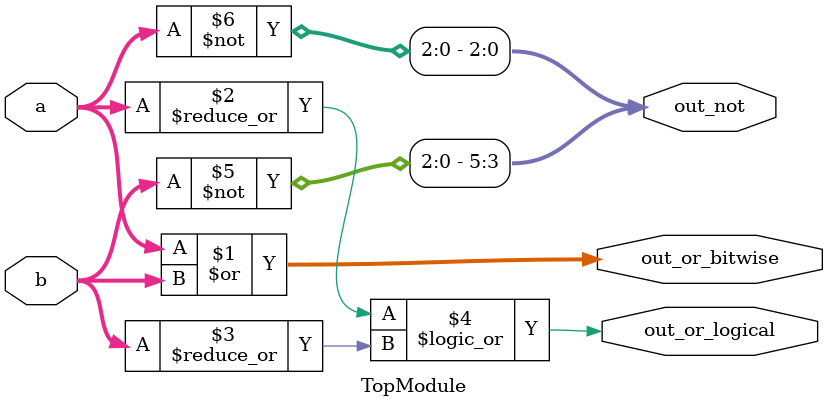
<source format=sv>

module TopModule (
  input [2:0] a,
  input [2:0] b,
  output [2:0] out_or_bitwise,
  output out_or_logical,
  output [5:0] out_not
);
  assign out_or_bitwise = a | b;
  assign out_or_logical = |a || |b;
  assign out_not[5:3] = ~b;
  assign out_not[2:0] = ~a;
endmodule

</source>
